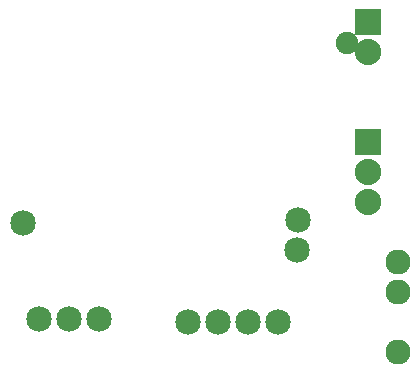
<source format=gts>
G04 MADE WITH FRITZING*
G04 WWW.FRITZING.ORG*
G04 DOUBLE SIDED*
G04 HOLES PLATED*
G04 CONTOUR ON CENTER OF CONTOUR VECTOR*
%ASAXBY*%
%FSLAX23Y23*%
%MOIN*%
%OFA0B0*%
%SFA1.0B1.0*%
%ADD10C,0.083749*%
%ADD11C,0.088000*%
%ADD12C,0.085000*%
%ADD13C,0.075000*%
%ADD14R,0.088000X0.088000*%
%ADD15R,0.010150X0.010150*%
%LNMASK1*%
G90*
G70*
G54D10*
X1444Y1133D03*
X1444Y1033D03*
X1444Y833D03*
G54D11*
X1344Y1533D03*
X1344Y1433D03*
X1344Y1333D03*
X1344Y1533D03*
X1344Y1433D03*
X1344Y1333D03*
X1344Y1533D03*
X1344Y1433D03*
X1344Y1333D03*
X1344Y1533D03*
X1344Y1433D03*
X1344Y1333D03*
X1344Y1533D03*
X1344Y1433D03*
X1344Y1333D03*
X1344Y1533D03*
X1344Y1433D03*
X1344Y1333D03*
X1344Y1933D03*
X1344Y1833D03*
X1344Y1933D03*
X1344Y1833D03*
G54D12*
X1044Y933D03*
X944Y933D03*
X844Y933D03*
X744Y933D03*
X1109Y1272D03*
X1108Y1172D03*
X193Y1263D03*
G54D13*
X1274Y1863D03*
G54D12*
X448Y940D03*
X348Y940D03*
X248Y940D03*
G54D14*
X1344Y1533D03*
X1344Y1533D03*
X1344Y1533D03*
X1344Y1533D03*
X1344Y1533D03*
X1344Y1533D03*
X1344Y1933D03*
X1344Y1933D03*
G54D15*
X1007Y933D03*
G04 End of Mask1*
M02*
</source>
